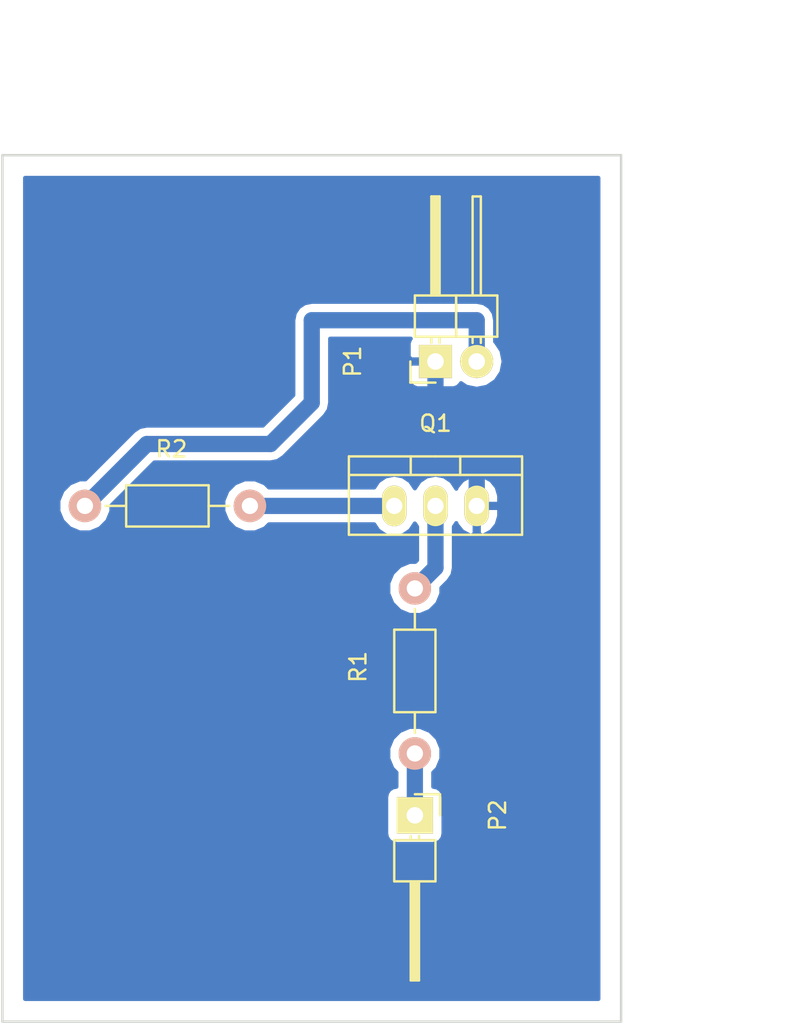
<source format=kicad_pcb>
(kicad_pcb (version 4) (host pcbnew 4.0.1-stable)

  (general
    (links 5)
    (no_connects 0)
    (area 203.124999 55.804999 241.375001 109.295001)
    (thickness 1.6)
    (drawings 6)
    (tracks 13)
    (zones 0)
    (modules 5)
    (nets 6)
  )

  (page A4)
  (layers
    (0 F.Cu signal)
    (31 B.Cu signal)
    (32 B.Adhes user)
    (33 F.Adhes user)
    (34 B.Paste user)
    (35 F.Paste user)
    (36 B.SilkS user)
    (37 F.SilkS user)
    (38 B.Mask user)
    (39 F.Mask user)
    (40 Dwgs.User user)
    (41 Cmts.User user)
    (42 Eco1.User user)
    (43 Eco2.User user)
    (44 Edge.Cuts user)
    (45 Margin user)
    (46 B.CrtYd user)
    (47 F.CrtYd user)
    (48 B.Fab user)
    (49 F.Fab user)
  )

  (setup
    (last_trace_width 1)
    (trace_clearance 0.2)
    (zone_clearance 0.508)
    (zone_45_only no)
    (trace_min 0.2)
    (segment_width 0.2)
    (edge_width 0.15)
    (via_size 2)
    (via_drill 0.4)
    (via_min_size 0.4)
    (via_min_drill 0.3)
    (uvia_size 0.3)
    (uvia_drill 0.1)
    (uvias_allowed no)
    (uvia_min_size 0.2)
    (uvia_min_drill 0.1)
    (pcb_text_width 0.3)
    (pcb_text_size 1.5 1.5)
    (mod_edge_width 0.15)
    (mod_text_size 1 1)
    (mod_text_width 0.15)
    (pad_size 1.524 1.524)
    (pad_drill 0.762)
    (pad_to_mask_clearance 0.2)
    (aux_axis_origin 0 0)
    (visible_elements 7FFFFFFF)
    (pcbplotparams
      (layerselection 0x00030_80000001)
      (usegerberextensions false)
      (excludeedgelayer true)
      (linewidth 0.100000)
      (plotframeref false)
      (viasonmask false)
      (mode 1)
      (useauxorigin false)
      (hpglpennumber 1)
      (hpglpenspeed 20)
      (hpglpendiameter 15)
      (hpglpenoverlay 2)
      (psnegative false)
      (psa4output false)
      (plotreference true)
      (plotvalue true)
      (plotinvisibletext false)
      (padsonsilk false)
      (subtractmaskfromsilk false)
      (outputformat 1)
      (mirror false)
      (drillshape 1)
      (scaleselection 1)
      (outputdirectory ""))
  )

  (net 0 "")
  (net 1 GND)
  (net 2 +5V)
  (net 3 "Net-(P2-Pad1)")
  (net 4 "Net-(Q1-Pad2)")
  (net 5 "Net-(Q1-Pad1)")

  (net_class Default "Este es el tipo de red por defecto."
    (clearance 0.2)
    (trace_width 1)
    (via_dia 2)
    (via_drill 0.4)
    (uvia_dia 0.3)
    (uvia_drill 0.1)
    (add_net +5V)
    (add_net GND)
    (add_net "Net-(P2-Pad1)")
    (add_net "Net-(Q1-Pad1)")
    (add_net "Net-(Q1-Pad2)")
  )

  (module Pin_Headers:Pin_Header_Angled_1x02 (layer F.Cu) (tedit 0) (tstamp 568BF090)
    (at 229.87 68.58 90)
    (descr "Through hole pin header")
    (tags "pin header")
    (path /568B0D13)
    (autoplace_cost90 10)
    (autoplace_cost180 10)
    (fp_text reference P1 (at 0 -5.1 90) (layer F.SilkS)
      (effects (font (size 1 1) (thickness 0.15)))
    )
    (fp_text value CONN_01X02 (at 0 -3.1 90) (layer F.Fab)
      (effects (font (size 1 1) (thickness 0.15)))
    )
    (fp_line (start -1.5 -1.75) (end -1.5 4.3) (layer F.CrtYd) (width 0.05))
    (fp_line (start 10.65 -1.75) (end 10.65 4.3) (layer F.CrtYd) (width 0.05))
    (fp_line (start -1.5 -1.75) (end 10.65 -1.75) (layer F.CrtYd) (width 0.05))
    (fp_line (start -1.5 4.3) (end 10.65 4.3) (layer F.CrtYd) (width 0.05))
    (fp_line (start -1.3 -1.55) (end -1.3 0) (layer F.SilkS) (width 0.15))
    (fp_line (start 0 -1.55) (end -1.3 -1.55) (layer F.SilkS) (width 0.15))
    (fp_line (start 4.191 -0.127) (end 10.033 -0.127) (layer F.SilkS) (width 0.15))
    (fp_line (start 10.033 -0.127) (end 10.033 0.127) (layer F.SilkS) (width 0.15))
    (fp_line (start 10.033 0.127) (end 4.191 0.127) (layer F.SilkS) (width 0.15))
    (fp_line (start 4.191 0.127) (end 4.191 0) (layer F.SilkS) (width 0.15))
    (fp_line (start 4.191 0) (end 10.033 0) (layer F.SilkS) (width 0.15))
    (fp_line (start 1.524 -0.254) (end 1.143 -0.254) (layer F.SilkS) (width 0.15))
    (fp_line (start 1.524 0.254) (end 1.143 0.254) (layer F.SilkS) (width 0.15))
    (fp_line (start 1.524 2.286) (end 1.143 2.286) (layer F.SilkS) (width 0.15))
    (fp_line (start 1.524 2.794) (end 1.143 2.794) (layer F.SilkS) (width 0.15))
    (fp_line (start 1.524 -1.27) (end 4.064 -1.27) (layer F.SilkS) (width 0.15))
    (fp_line (start 1.524 1.27) (end 4.064 1.27) (layer F.SilkS) (width 0.15))
    (fp_line (start 1.524 1.27) (end 1.524 3.81) (layer F.SilkS) (width 0.15))
    (fp_line (start 1.524 3.81) (end 4.064 3.81) (layer F.SilkS) (width 0.15))
    (fp_line (start 4.064 2.286) (end 10.16 2.286) (layer F.SilkS) (width 0.15))
    (fp_line (start 10.16 2.286) (end 10.16 2.794) (layer F.SilkS) (width 0.15))
    (fp_line (start 10.16 2.794) (end 4.064 2.794) (layer F.SilkS) (width 0.15))
    (fp_line (start 4.064 3.81) (end 4.064 1.27) (layer F.SilkS) (width 0.15))
    (fp_line (start 4.064 1.27) (end 4.064 -1.27) (layer F.SilkS) (width 0.15))
    (fp_line (start 10.16 0.254) (end 4.064 0.254) (layer F.SilkS) (width 0.15))
    (fp_line (start 10.16 -0.254) (end 10.16 0.254) (layer F.SilkS) (width 0.15))
    (fp_line (start 4.064 -0.254) (end 10.16 -0.254) (layer F.SilkS) (width 0.15))
    (fp_line (start 1.524 1.27) (end 4.064 1.27) (layer F.SilkS) (width 0.15))
    (fp_line (start 1.524 -1.27) (end 1.524 1.27) (layer F.SilkS) (width 0.15))
    (pad 1 thru_hole rect (at 0 0 90) (size 2.032 2.032) (drill 1.016) (layers *.Cu *.Mask F.SilkS)
      (net 1 GND))
    (pad 2 thru_hole oval (at 0 2.54 90) (size 2.032 2.032) (drill 1.016) (layers *.Cu *.Mask F.SilkS)
      (net 2 +5V))
    (model Pin_Headers.3dshapes/Pin_Header_Angled_1x02.wrl
      (at (xyz 0 -0.05 0))
      (scale (xyz 1 1 1))
      (rotate (xyz 0 0 90))
    )
  )

  (module Pin_Headers:Pin_Header_Angled_1x01 (layer F.Cu) (tedit 0) (tstamp 568BF095)
    (at 228.6 96.52 270)
    (descr "Through hole pin header")
    (tags "pin header")
    (path /568AFD03)
    (fp_text reference P2 (at 0 -5.1 270) (layer F.SilkS)
      (effects (font (size 1 1) (thickness 0.15)))
    )
    (fp_text value CONN_01X01 (at 0 -3.1 270) (layer F.Fab)
      (effects (font (size 1 1) (thickness 0.15)))
    )
    (fp_line (start -1.6 -1.75) (end -1.6 1.75) (layer F.CrtYd) (width 0.05))
    (fp_line (start 10.65 -1.75) (end 10.65 1.75) (layer F.CrtYd) (width 0.05))
    (fp_line (start -1.6 -1.75) (end 10.65 -1.75) (layer F.CrtYd) (width 0.05))
    (fp_line (start -1.6 1.75) (end 10.65 1.75) (layer F.CrtYd) (width 0.05))
    (fp_line (start -1.3 -1.55) (end -1.3 0) (layer F.SilkS) (width 0.15))
    (fp_line (start 0 -1.55) (end -1.3 -1.55) (layer F.SilkS) (width 0.15))
    (fp_line (start 4.191 -0.127) (end 10.033 -0.127) (layer F.SilkS) (width 0.15))
    (fp_line (start 10.033 -0.127) (end 10.033 0.127) (layer F.SilkS) (width 0.15))
    (fp_line (start 10.033 0.127) (end 4.191 0.127) (layer F.SilkS) (width 0.15))
    (fp_line (start 4.191 0.127) (end 4.191 0) (layer F.SilkS) (width 0.15))
    (fp_line (start 4.191 0) (end 10.033 0) (layer F.SilkS) (width 0.15))
    (fp_line (start 1.524 0.254) (end 1.27 0.254) (layer F.SilkS) (width 0.15))
    (fp_line (start 1.524 -0.254) (end 1.27 -0.254) (layer F.SilkS) (width 0.15))
    (fp_line (start 1.524 -1.27) (end 4.064 -1.27) (layer F.SilkS) (width 0.15))
    (fp_line (start 1.524 -1.27) (end 1.524 1.27) (layer F.SilkS) (width 0.15))
    (fp_line (start 1.524 1.27) (end 4.064 1.27) (layer F.SilkS) (width 0.15))
    (fp_line (start 4.064 -0.254) (end 10.16 -0.254) (layer F.SilkS) (width 0.15))
    (fp_line (start 10.16 -0.254) (end 10.16 0.254) (layer F.SilkS) (width 0.15))
    (fp_line (start 10.16 0.254) (end 4.064 0.254) (layer F.SilkS) (width 0.15))
    (fp_line (start 4.064 1.27) (end 4.064 -1.27) (layer F.SilkS) (width 0.15))
    (pad 1 thru_hole rect (at 0 0 270) (size 2.2352 2.2352) (drill 1.016) (layers *.Cu *.Mask F.SilkS)
      (net 3 "Net-(P2-Pad1)"))
    (model Pin_Headers.3dshapes/Pin_Header_Angled_1x01.wrl
      (at (xyz 0 0 0))
      (scale (xyz 1 1 1))
      (rotate (xyz 0 0 90))
    )
  )

  (module TO_SOT_Packages_THT:TO-220_Neutral123_Vertical (layer F.Cu) (tedit 0) (tstamp 568BF09C)
    (at 229.87 77.47)
    (descr "TO-220, Neutral, Vertical,")
    (tags "TO-220, Neutral, Vertical,")
    (path /568BEAED)
    (fp_text reference Q1 (at 0 -5.08) (layer F.SilkS)
      (effects (font (size 1 1) (thickness 0.15)))
    )
    (fp_text value Q_NMOS_DGS (at 0 3.81) (layer F.Fab)
      (effects (font (size 1 1) (thickness 0.15)))
    )
    (fp_line (start -1.524 -3.048) (end -1.524 -1.905) (layer F.SilkS) (width 0.15))
    (fp_line (start 1.524 -3.048) (end 1.524 -1.905) (layer F.SilkS) (width 0.15))
    (fp_line (start 5.334 -1.905) (end 5.334 1.778) (layer F.SilkS) (width 0.15))
    (fp_line (start 5.334 1.778) (end -5.334 1.778) (layer F.SilkS) (width 0.15))
    (fp_line (start -5.334 1.778) (end -5.334 -1.905) (layer F.SilkS) (width 0.15))
    (fp_line (start 5.334 -3.048) (end 5.334 -1.905) (layer F.SilkS) (width 0.15))
    (fp_line (start 5.334 -1.905) (end -5.334 -1.905) (layer F.SilkS) (width 0.15))
    (fp_line (start -5.334 -1.905) (end -5.334 -3.048) (layer F.SilkS) (width 0.15))
    (fp_line (start 0 -3.048) (end -5.334 -3.048) (layer F.SilkS) (width 0.15))
    (fp_line (start 0 -3.048) (end 5.334 -3.048) (layer F.SilkS) (width 0.15))
    (pad 2 thru_hole oval (at 0 0 90) (size 2.49936 1.50114) (drill 1.00076) (layers *.Cu *.Mask F.SilkS)
      (net 4 "Net-(Q1-Pad2)"))
    (pad 1 thru_hole oval (at -2.54 0 90) (size 2.49936 1.50114) (drill 1.00076) (layers *.Cu *.Mask F.SilkS)
      (net 5 "Net-(Q1-Pad1)"))
    (pad 3 thru_hole oval (at 2.54 0 90) (size 2.49936 1.50114) (drill 1.00076) (layers *.Cu *.Mask F.SilkS)
      (net 1 GND))
    (model TO_SOT_Packages_THT.3dshapes/TO-220_Neutral123_Vertical.wrl
      (at (xyz 0 0 0))
      (scale (xyz 0.3937 0.3937 0.3937))
      (rotate (xyz 0 0 0))
    )
  )

  (module Resistors_ThroughHole:Resistor_Horizontal_RM10mm (layer F.Cu) (tedit 53F56209) (tstamp 568BF0A2)
    (at 228.6 87.63 90)
    (descr "Resistor, Axial,  RM 10mm, 1/3W,")
    (tags "Resistor, Axial, RM 10mm, 1/3W,")
    (path /568AF95B)
    (fp_text reference R1 (at 0.24892 -3.50012 90) (layer F.SilkS)
      (effects (font (size 1 1) (thickness 0.15)))
    )
    (fp_text value R (at 3.81 3.81 90) (layer F.Fab)
      (effects (font (size 1 1) (thickness 0.15)))
    )
    (fp_line (start -2.54 -1.27) (end 2.54 -1.27) (layer F.SilkS) (width 0.15))
    (fp_line (start 2.54 -1.27) (end 2.54 1.27) (layer F.SilkS) (width 0.15))
    (fp_line (start 2.54 1.27) (end -2.54 1.27) (layer F.SilkS) (width 0.15))
    (fp_line (start -2.54 1.27) (end -2.54 -1.27) (layer F.SilkS) (width 0.15))
    (fp_line (start -2.54 0) (end -3.81 0) (layer F.SilkS) (width 0.15))
    (fp_line (start 2.54 0) (end 3.81 0) (layer F.SilkS) (width 0.15))
    (pad 1 thru_hole circle (at -5.08 0 90) (size 1.99898 1.99898) (drill 1.00076) (layers *.Cu *.SilkS *.Mask)
      (net 3 "Net-(P2-Pad1)"))
    (pad 2 thru_hole circle (at 5.08 0 90) (size 1.99898 1.99898) (drill 1.00076) (layers *.Cu *.SilkS *.Mask)
      (net 4 "Net-(Q1-Pad2)"))
    (model Resistors_ThroughHole.3dshapes/Resistor_Horizontal_RM10mm.wrl
      (at (xyz 0 0 0))
      (scale (xyz 0.4 0.4 0.4))
      (rotate (xyz 0 0 0))
    )
  )

  (module Resistors_ThroughHole:Resistor_Horizontal_RM10mm (layer F.Cu) (tedit 53F56209) (tstamp 568BF0A8)
    (at 213.36 77.47)
    (descr "Resistor, Axial,  RM 10mm, 1/3W,")
    (tags "Resistor, Axial, RM 10mm, 1/3W,")
    (path /568AFB1E)
    (fp_text reference R2 (at 0.24892 -3.50012) (layer F.SilkS)
      (effects (font (size 1 1) (thickness 0.15)))
    )
    (fp_text value R (at 3.81 3.81) (layer F.Fab)
      (effects (font (size 1 1) (thickness 0.15)))
    )
    (fp_line (start -2.54 -1.27) (end 2.54 -1.27) (layer F.SilkS) (width 0.15))
    (fp_line (start 2.54 -1.27) (end 2.54 1.27) (layer F.SilkS) (width 0.15))
    (fp_line (start 2.54 1.27) (end -2.54 1.27) (layer F.SilkS) (width 0.15))
    (fp_line (start -2.54 1.27) (end -2.54 -1.27) (layer F.SilkS) (width 0.15))
    (fp_line (start -2.54 0) (end -3.81 0) (layer F.SilkS) (width 0.15))
    (fp_line (start 2.54 0) (end 3.81 0) (layer F.SilkS) (width 0.15))
    (pad 1 thru_hole circle (at -5.08 0) (size 1.99898 1.99898) (drill 1.00076) (layers *.Cu *.SilkS *.Mask)
      (net 2 +5V))
    (pad 2 thru_hole circle (at 5.08 0) (size 1.99898 1.99898) (drill 1.00076) (layers *.Cu *.SilkS *.Mask)
      (net 5 "Net-(Q1-Pad1)"))
    (model Resistors_ThroughHole.3dshapes/Resistor_Horizontal_RM10mm.wrl
      (at (xyz 0 0 0))
      (scale (xyz 0.4 0.4 0.4))
      (rotate (xyz 0 0 0))
    )
  )

  (dimension 53.34 (width 0.3) (layer Eco2.User)
    (gr_text 53.340mm (at 250.27 82.55 270) (layer Eco2.User)
      (effects (font (size 1.5 1.5) (thickness 0.3)))
    )
    (feature1 (pts (xy 241.3 109.22) (xy 251.62 109.22)))
    (feature2 (pts (xy 241.3 55.88) (xy 251.62 55.88)))
    (crossbar (pts (xy 248.92 55.88) (xy 248.92 109.22)))
    (arrow1a (pts (xy 248.92 109.22) (xy 248.333579 108.093496)))
    (arrow1b (pts (xy 248.92 109.22) (xy 249.506421 108.093496)))
    (arrow2a (pts (xy 248.92 55.88) (xy 248.333579 57.006504)))
    (arrow2b (pts (xy 248.92 55.88) (xy 249.506421 57.006504)))
  )
  (dimension 38.1 (width 0.3) (layer Eco2.User)
    (gr_text 38.100mm (at 222.25 48.18) (layer Eco2.User)
      (effects (font (size 1.5 1.5) (thickness 0.3)))
    )
    (feature1 (pts (xy 241.3 55.88) (xy 241.3 46.83)))
    (feature2 (pts (xy 203.2 55.88) (xy 203.2 46.83)))
    (crossbar (pts (xy 203.2 49.53) (xy 241.3 49.53)))
    (arrow1a (pts (xy 241.3 49.53) (xy 240.173496 50.116421)))
    (arrow1b (pts (xy 241.3 49.53) (xy 240.173496 48.943579)))
    (arrow2a (pts (xy 203.2 49.53) (xy 204.326504 50.116421)))
    (arrow2b (pts (xy 203.2 49.53) (xy 204.326504 48.943579)))
  )
  (gr_line (start 241.3 55.88) (end 203.2 55.88) (angle 90) (layer Edge.Cuts) (width 0.15))
  (gr_line (start 241.3 109.22) (end 241.3 55.88) (angle 90) (layer Edge.Cuts) (width 0.15))
  (gr_line (start 203.2 109.22) (end 241.3 109.22) (angle 90) (layer Edge.Cuts) (width 0.15))
  (gr_line (start 203.2 55.88) (end 203.2 109.22) (angle 90) (layer Edge.Cuts) (width 0.15))

  (segment (start 229.87 68.58) (end 229.87 71.12) (width 1) (layer B.Cu) (net 1))
  (segment (start 229.87 71.12) (end 232.41 73.66) (width 1) (layer B.Cu) (net 1) (tstamp 568BFF32))
  (segment (start 232.41 73.66) (end 232.41 77.47) (width 1) (layer B.Cu) (net 1) (tstamp 568BFF33))
  (segment (start 232.41 68.58) (end 232.41 66.04) (width 1) (layer B.Cu) (net 2))
  (segment (start 232.41 66.04) (end 222.25 66.04) (width 1) (layer B.Cu) (net 2) (tstamp 568BFF36))
  (segment (start 222.25 66.04) (end 222.25 71.12) (width 1) (layer B.Cu) (net 2) (tstamp 568BFF37))
  (segment (start 222.25 71.12) (end 219.71 73.66) (width 1) (layer B.Cu) (net 2) (tstamp 568BFF38))
  (segment (start 219.71 73.66) (end 212.09 73.66) (width 1) (layer B.Cu) (net 2) (tstamp 568BFF39))
  (segment (start 212.09 73.66) (end 208.28 77.47) (width 1) (layer B.Cu) (net 2) (tstamp 568BFF3A))
  (segment (start 228.6 92.71) (end 228.6 96.52) (width 1) (layer B.Cu) (net 3))
  (segment (start 229.87 77.47) (end 229.87 81.28) (width 1) (layer B.Cu) (net 4))
  (segment (start 229.87 81.28) (end 228.6 82.55) (width 1) (layer B.Cu) (net 4) (tstamp 568BFA0E))
  (segment (start 227.33 77.47) (end 218.44 77.47) (width 1) (layer B.Cu) (net 5))

  (zone (net 1) (net_name GND) (layer B.Cu) (tstamp 568C0286) (hatch edge 0.508)
    (connect_pads (clearance 0.508))
    (min_thickness 0.254)
    (fill yes (arc_segments 16) (thermal_gap 0.508) (thermal_bridge_width 0.508))
    (polygon
      (pts
        (xy 240.03 107.95) (xy 204.47 107.95) (xy 204.47 57.15) (xy 240.03 57.15) (xy 240.03 107.95)
      )
    )
    (filled_polygon
      (pts
        (xy 239.903 107.823) (xy 204.597 107.823) (xy 204.597 95.4024) (xy 226.83496 95.4024) (xy 226.83496 97.6376)
        (xy 226.879238 97.872917) (xy 227.01831 98.089041) (xy 227.23051 98.234031) (xy 227.4824 98.28504) (xy 229.7176 98.28504)
        (xy 229.952917 98.240762) (xy 230.169041 98.10169) (xy 230.314031 97.88949) (xy 230.36504 97.6376) (xy 230.36504 95.4024)
        (xy 230.320762 95.167083) (xy 230.18169 94.950959) (xy 229.96949 94.805969) (xy 229.735 94.758484) (xy 229.735 93.886484)
        (xy 229.984846 93.637073) (xy 230.234206 93.036547) (xy 230.234774 92.386306) (xy 229.986462 91.785345) (xy 229.527073 91.325154)
        (xy 228.926547 91.075794) (xy 228.276306 91.075226) (xy 227.675345 91.323538) (xy 227.215154 91.782927) (xy 226.965794 92.383453)
        (xy 226.965226 93.033694) (xy 227.213538 93.634655) (xy 227.465 93.886556) (xy 227.465 94.758234) (xy 227.247083 94.799238)
        (xy 227.030959 94.93831) (xy 226.885969 95.15051) (xy 226.83496 95.4024) (xy 204.597 95.4024) (xy 204.597 77.793694)
        (xy 206.645226 77.793694) (xy 206.893538 78.394655) (xy 207.352927 78.854846) (xy 207.953453 79.104206) (xy 208.603694 79.104774)
        (xy 209.204655 78.856462) (xy 209.664846 78.397073) (xy 209.914206 77.796547) (xy 209.914208 77.793694) (xy 216.805226 77.793694)
        (xy 217.053538 78.394655) (xy 217.512927 78.854846) (xy 218.113453 79.104206) (xy 218.763694 79.104774) (xy 219.364655 78.856462)
        (xy 219.616556 78.605) (xy 226.095825 78.605) (xy 226.350254 78.985779) (xy 226.799765 79.286133) (xy 227.33 79.391603)
        (xy 227.860235 79.286133) (xy 228.309746 78.985779) (xy 228.6 78.551384) (xy 228.735 78.753425) (xy 228.735 80.809868)
        (xy 228.629334 80.915534) (xy 228.276306 80.915226) (xy 227.675345 81.163538) (xy 227.215154 81.622927) (xy 226.965794 82.223453)
        (xy 226.965226 82.873694) (xy 227.213538 83.474655) (xy 227.672927 83.934846) (xy 228.273453 84.184206) (xy 228.923694 84.184774)
        (xy 229.524655 83.936462) (xy 229.984846 83.477073) (xy 230.234206 82.876547) (xy 230.234517 82.520615) (xy 230.672566 82.082566)
        (xy 230.896494 81.747434) (xy 230.918603 81.714346) (xy 231.005 81.28) (xy 231.005 78.753425) (xy 231.1501 78.536268)
        (xy 231.15195 78.526968) (xy 231.178501 78.616677) (xy 231.520056 79.038658) (xy 231.997097 79.29781) (xy 232.068725 79.311993)
        (xy 232.283 79.189339) (xy 232.283 77.597) (xy 232.537 77.597) (xy 232.537 79.189339) (xy 232.751275 79.311993)
        (xy 232.822903 79.29781) (xy 233.299944 79.038658) (xy 233.641499 78.616677) (xy 233.79557 78.09611) (xy 233.79557 77.597)
        (xy 232.537 77.597) (xy 232.283 77.597) (xy 232.263 77.597) (xy 232.263 77.343) (xy 232.283 77.343)
        (xy 232.283 75.750661) (xy 232.537 75.750661) (xy 232.537 77.343) (xy 233.79557 77.343) (xy 233.79557 76.84389)
        (xy 233.641499 76.323323) (xy 233.299944 75.901342) (xy 232.822903 75.64219) (xy 232.751275 75.628007) (xy 232.537 75.750661)
        (xy 232.283 75.750661) (xy 232.068725 75.628007) (xy 231.997097 75.64219) (xy 231.520056 75.901342) (xy 231.178501 76.323323)
        (xy 231.15195 76.413032) (xy 231.1501 76.403732) (xy 230.849746 75.954221) (xy 230.400235 75.653867) (xy 229.87 75.548397)
        (xy 229.339765 75.653867) (xy 228.890254 75.954221) (xy 228.6 76.388616) (xy 228.309746 75.954221) (xy 227.860235 75.653867)
        (xy 227.33 75.548397) (xy 226.799765 75.653867) (xy 226.350254 75.954221) (xy 226.095825 76.335) (xy 219.616484 76.335)
        (xy 219.367073 76.085154) (xy 218.766547 75.835794) (xy 218.116306 75.835226) (xy 217.515345 76.083538) (xy 217.055154 76.542927)
        (xy 216.805794 77.143453) (xy 216.805226 77.793694) (xy 209.914208 77.793694) (xy 209.914517 77.440615) (xy 212.560132 74.795)
        (xy 219.71 74.795) (xy 220.144346 74.708603) (xy 220.512566 74.462566) (xy 223.052566 71.922567) (xy 223.298603 71.554346)
        (xy 223.385 71.12) (xy 223.385 68.86575) (xy 228.219 68.86575) (xy 228.219 69.722309) (xy 228.315673 69.955698)
        (xy 228.494301 70.134327) (xy 228.72769 70.231) (xy 229.58425 70.231) (xy 229.743 70.07225) (xy 229.743 68.707)
        (xy 228.37775 68.707) (xy 228.219 68.86575) (xy 223.385 68.86575) (xy 223.385 67.175) (xy 228.344975 67.175)
        (xy 228.315673 67.204302) (xy 228.219 67.437691) (xy 228.219 68.29425) (xy 228.37775 68.453) (xy 229.743 68.453)
        (xy 229.743 68.433) (xy 229.997 68.433) (xy 229.997 68.453) (xy 230.017 68.453) (xy 230.017 68.707)
        (xy 229.997 68.707) (xy 229.997 70.07225) (xy 230.15575 70.231) (xy 231.01231 70.231) (xy 231.245699 70.134327)
        (xy 231.424327 69.955698) (xy 231.441999 69.913034) (xy 231.77819 70.13767) (xy 232.41 70.263345) (xy 233.04181 70.13767)
        (xy 233.577433 69.779778) (xy 233.935325 69.244155) (xy 234.061 68.612345) (xy 234.061 68.547655) (xy 233.935325 67.915845)
        (xy 233.577433 67.380222) (xy 233.545 67.358551) (xy 233.545 66.04) (xy 233.458603 65.605654) (xy 233.212566 65.237434)
        (xy 232.844346 64.991397) (xy 232.41 64.905) (xy 222.25 64.905) (xy 221.815654 64.991397) (xy 221.447434 65.237434)
        (xy 221.201397 65.605654) (xy 221.115 66.04) (xy 221.115 70.649867) (xy 219.239868 72.525) (xy 212.09 72.525)
        (xy 211.655655 72.611396) (xy 211.287434 72.857434) (xy 208.309334 75.835534) (xy 207.956306 75.835226) (xy 207.355345 76.083538)
        (xy 206.895154 76.542927) (xy 206.645794 77.143453) (xy 206.645226 77.793694) (xy 204.597 77.793694) (xy 204.597 57.277)
        (xy 239.903 57.277)
      )
    )
  )
)

</source>
